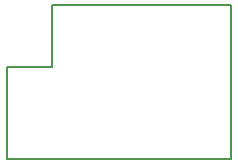
<source format=gbr>
G04 #@! TF.FileFunction,Other,User*
%FSLAX46Y46*%
G04 Gerber Fmt 4.6, Leading zero omitted, Abs format (unit mm)*
G04 Created by KiCad (PCBNEW 4.0.5) date 02/24/17 14:21:39*
%MOMM*%
%LPD*%
G01*
G04 APERTURE LIST*
%ADD10C,0.025400*%
%ADD11C,0.200000*%
G04 APERTURE END LIST*
D10*
D11*
X147828000Y-99707700D02*
X147828000Y-94500700D01*
X144018000Y-99707700D02*
X147828000Y-99707700D01*
X144018000Y-107530900D02*
X144018000Y-99707700D01*
X162991800Y-107530900D02*
X144018000Y-107530900D01*
X162991800Y-94500700D02*
X162991800Y-107530900D01*
X147828000Y-94500700D02*
X162991800Y-94500700D01*
M02*

</source>
